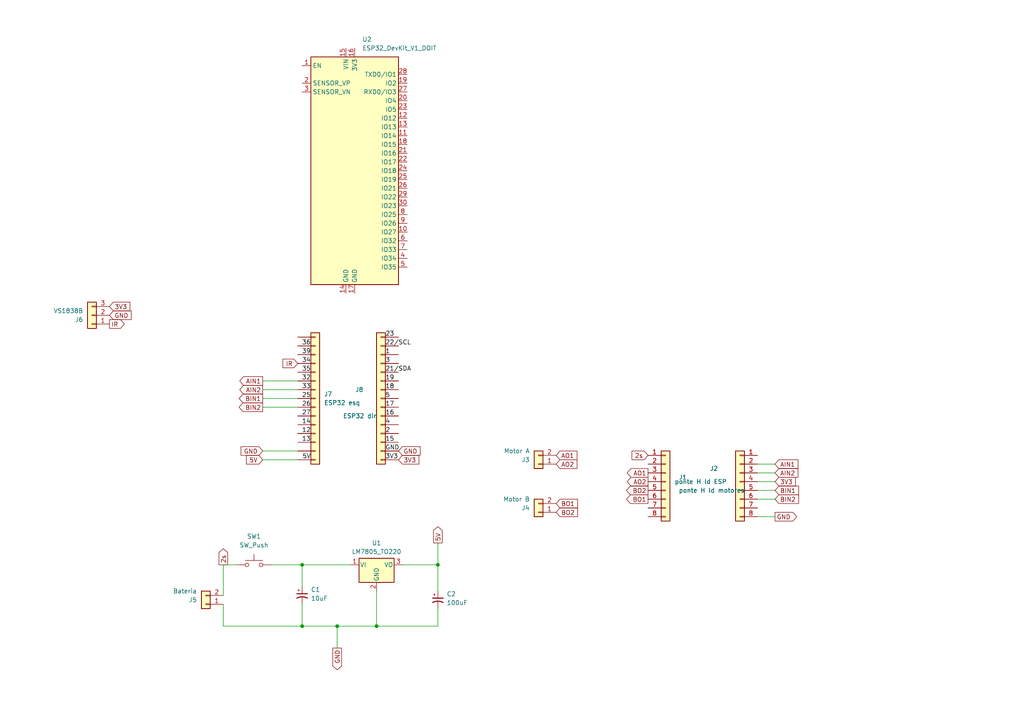
<source format=kicad_sch>
(kicad_sch (version 20230121) (generator eeschema)
  (paper "A4")
  (lib_symbols
    (symbol "Conn_01x03_1" (pin_names (offset 1.016) hide)
      (property "Reference" "J10" (at 2.54 1.27 0))
      (property "Value" "VS1838B" (at 2.54 -1.27 0))
      (symbol "Conn_01x03_1_1_1"
        (rectangle (start -1.27 0.127) (end 0 -0.127) (stroke (width 0.1524)))
        (rectangle (start -1.27 2.667) (end 0 2.413) (stroke (width 0.1524)))
        (rectangle (start -1.27 3.81) (end 1.27 -1.27) (stroke (width 0.254)) (fill (type background)))
        (pin passive line (at -5.08 2.54 0) (length 3.81) (name "Pin_1") (number "1"))
        (pin passive line (at -5.08 0 0) (length 3.81) (name "Pin_2") (number "2"))
      )
    )
    (symbol "Conn_01x15_1" (pin_numbers hide) (pin_names (offset 1.016) hide)
      (property "Reference" "J" (at 0 20.32 0))
      (property "Value" "Conn_01x15" (at 0 -20.32 0))
      (symbol "Conn_01x15_1_1_1"
        (rectangle (start -1.27 -17.653) (end 0 -17.907) (stroke (width 0.1524)))
        (rectangle (start -1.27 -15.113) (end 0 -15.367) (stroke (width 0.1524)))
        (rectangle (start -1.27 -12.573) (end 0 -12.827) (stroke (width 0.1524)))
        (rectangle (start -1.27 -10.033) (end 0 -10.287) (stroke (width 0.1524)))
        (rectangle (start -1.27 -7.493) (end 0 -7.747) (stroke (width 0.1524)))
        (rectangle (start -1.27 -4.953) (end 0 -5.207) (stroke (width 0.1524)))
        (rectangle (start -1.27 -2.413) (end 0 -2.667) (stroke (width 0.1524)))
        (rectangle (start -1.27 0.127) (end 0 -0.127) (stroke (width 0.1524)))
        (rectangle (start -1.27 2.667) (end 0 2.413) (stroke (width 0.1524)))
        (rectangle (start -1.27 5.207) (end 0 4.953) (stroke (width 0.1524)))
        (rectangle (start -1.27 7.747) (end 0 7.493) (stroke (width 0.1524)))
        (rectangle (start -1.27 10.287) (end 0 10.033) (stroke (width 0.1524)))
        (rectangle (start -1.27 12.827) (end 0 12.573) (stroke (width 0.1524)))
        (rectangle (start -1.27 15.367) (end 0 15.113) (stroke (width 0.1524)))
        (rectangle (start -1.27 17.907) (end 0 17.653) (stroke (width 0.1524)))
        (rectangle (start -1.27 19.05) (end 1.27 -19.05) (stroke (width 0.254)) (fill (type background)))
        (pin passive line (at -5.08 17.78 0) (length 3.81) (name "Pin_1") (number "1"))
        (pin passive line (at -5.08 -5.08 0) (length 3.81) (name "Pin_10") (number "10"))
        (pin passive line (at -5.08 -7.62 0) (length 3.81) (name "Pin_11") (number "11"))
        (pin passive line (at -5.08 -10.16 0) (length 3.81) (name "Pin_12") (number "12"))
        (pin passive line (at -5.08 -12.7 0) (length 3.81) (name "Pin_13") (number "13"))
        (pin passive line (at -5.08 -15.24 0) (length 3.81) (name "Pin_14") (number "14"))
        (pin passive line (at -5.08 -17.78 0) (length 3.81) (name "Pin_15") (number "15"))
        (pin passive line (at -5.08 15.24 0) (length 3.81) (name "Pin_2") (number "2"))
        (pin passive line (at -5.08 12.7 0) (length 3.81) (name "Pin_3") (number "3"))
        (pin passive line (at -5.08 10.16 0) (length 3.81) (name "Pin_4") (number "4"))
        (pin passive line (at -5.08 7.62 0) (length 3.81) (name "Pin_5") (number "5"))
        (pin passive line (at -5.08 5.08 0) (length 3.81) (name "Pin_6") (number "6"))
        (pin passive line (at -5.08 2.54 0) (length 3.81) (name "Pin_7") (number "7"))
        (pin passive line (at -5.08 0 0) (length 3.81) (name "Pin_8") (number "8"))
        (pin passive line (at -5.08 -2.54 0) (length 3.81) (name "Pin_9") (number "9"))
      )
    )
    (symbol "Conn_01x15_2" (pin_names (offset 1.016) hide)
      (property "Reference" "J13" (at 2.54 1.27 0))
      (property "Value" "ESP32 esq" (at 2.54 -1.27 0))
      (symbol "Conn_01x15_2_1_1"
        (rectangle (start -1.27 0.127) (end 0 -0.127) (stroke (width 0.1524)))
        (rectangle (start -1.27 2.667) (end 0 2.413) (stroke (width 0.1524)))
        (rectangle (start -1.27 5.207) (end 0 4.953) (stroke (width 0.1524)))
        (rectangle (start -1.27 7.747) (end 0 7.493) (stroke (width 0.1524)))
        (rectangle (start -1.27 10.287) (end 0 10.033) (stroke (width 0.1524)))
        (rectangle (start -1.27 12.827) (end 0 12.573) (stroke (width 0.1524)))
        (rectangle (start -1.27 15.367) (end 0 15.113) (stroke (width 0.1524)))
        (rectangle (start -1.27 17.907) (end 0 17.653) (stroke (width 0.1524)))
        (rectangle (start -1.27 19.05) (end 1.27 -1.27) (stroke (width 0.254)) (fill (type background)))
        (pin passive line (at -5.08 17.78 0) (length 3.81) (name "Pin_1") (number "1"))
        (pin passive line (at -5.08 15.24 0) (length 3.81) (name "Pin_2") (number "2"))
        (pin passive line (at -5.08 12.7 0) (length 3.81) (name "Pin_3") (number "3"))
        (pin passive line (at -5.08 10.16 0) (length 3.81) (name "Pin_4") (number "4"))
        (pin passive line (at -5.08 7.62 0) (length 3.81) (name "Pin_5") (number "5"))
        (pin passive line (at -5.08 5.08 0) (length 3.81) (name "Pin_6") (number "6"))
        (pin passive line (at -5.08 2.54 0) (length 3.81) (name "Pin_7") (number "7"))
        (pin passive line (at -5.08 0 0) (length 3.81) (name "Pin_8") (number "8"))
      )
    )
    (symbol "Connector_Generic:Conn_01x03" (pin_names (offset 1.016) hide)
      (property "Reference" "J" (at 0 5.08 0))
      (property "Value" "Conn_01x03" (at 0 -5.08 0))
      (symbol "Conn_01x03_1_1"
        (rectangle (start -1.27 -2.413) (end 0 -2.667) (stroke (width 0.1524)))
        (rectangle (start -1.27 0.127) (end 0 -0.127) (stroke (width 0.1524)))
        (rectangle (start -1.27 2.667) (end 0 2.413) (stroke (width 0.1524)))
        (rectangle (start -1.27 3.81) (end 1.27 -3.81) (stroke (width 0.254)) (fill (type background)))
        (pin passive line (at -5.08 2.54 0) (length 3.81) (name "Pin_1") (number "1"))
        (pin passive line (at -5.08 0 0) (length 3.81) (name "Pin_2") (number "2"))
        (pin passive line (at -5.08 -2.54 0) (length 3.81) (name "Pin_3") (number "3"))
      )
    )
    (symbol "Connector_Generic:Conn_01x15" (pin_numbers hide) (pin_names (offset 1.016) hide)
      (property "Reference" "J" (at 0 20.32 0))
      (property "Value" "Conn_01x15" (at 0 -20.32 0))
      (symbol "Conn_01x15_1_1"
        (rectangle (start -1.27 -17.653) (end 0 -17.907) (stroke (width 0.1524)))
        (rectangle (start -1.27 -15.113) (end 0 -15.367) (stroke (width 0.1524)))
        (rectangle (start -1.27 -12.573) (end 0 -12.827) (stroke (width 0.1524)))
        (rectangle (start -1.27 -10.033) (end 0 -10.287) (stroke (width 0.1524)))
        (rectangle (start -1.27 -7.493) (end 0 -7.747) (stroke (width 0.1524)))
        (rectangle (start -1.27 -4.953) (end 0 -5.207) (stroke (width 0.1524)))
        (rectangle (start -1.27 -2.413) (end 0 -2.667) (stroke (width 0.1524)))
        (rectangle (start -1.27 0.127) (end 0 -0.127) (stroke (width 0.1524)))
        (rectangle (start -1.27 2.667) (end 0 2.413) (stroke (width 0.1524)))
        (rectangle (start -1.27 5.207) (end 0 4.953) (stroke (width 0.1524)))
        (rectangle (start -1.27 7.747) (end 0 7.493) (stroke (width 0.1524)))
        (rectangle (start -1.27 10.287) (end 0 10.033) (stroke (width 0.1524)))
        (rectangle (start -1.27 12.827) (end 0 12.573) (stroke (width 0.1524)))
        (rectangle (start -1.27 15.367) (end 0 15.113) (stroke (width 0.1524)))
        (rectangle (start -1.27 17.907) (end 0 17.653) (stroke (width 0.1524)))
        (rectangle (start -1.27 19.05) (end 1.27 -19.05) (stroke (width 0.254)) (fill (type background)))
        (pin passive line (at -5.08 17.78 0) (length 3.81) (name "Pin_1") (number "1"))
        (pin passive line (at -5.08 -5.08 0) (length 3.81) (name "Pin_10") (number "10"))
        (pin passive line (at -5.08 -7.62 0) (length 3.81) (name "Pin_11") (number "11"))
        (pin passive line (at -5.08 -10.16 0) (length 3.81) (name "Pin_12") (number "12"))
        (pin passive line (at -5.08 -12.7 0) (length 3.81) (name "Pin_13") (number "13"))
        (pin passive line (at -5.08 -15.24 0) (length 3.81) (name "Pin_14") (number "14"))
        (pin passive line (at -5.08 -17.78 0) (length 3.81) (name "Pin_15") (number "15"))
        (pin passive line (at -5.08 15.24 0) (length 3.81) (name "Pin_2") (number "2"))
        (pin passive line (at -5.08 12.7 0) (length 3.81) (name "Pin_3") (number "3"))
        (pin passive line (at -5.08 10.16 0) (length 3.81) (name "Pin_4") (number "4"))
        (pin passive line (at -5.08 7.62 0) (length 3.81) (name "Pin_5") (number "5"))
        (pin passive line (at -5.08 5.08 0) (length 3.81) (name "Pin_6") (number "6"))
        (pin passive line (at -5.08 2.54 0) (length 3.81) (name "Pin_7") (number "7"))
        (pin passive line (at -5.08 0 0) (length 3.81) (name "Pin_8") (number "8"))
        (pin passive line (at -5.08 -2.54 0) (length 3.81) (name "Pin_9") (number "9"))
      )
    )
    (symbol "Device:C_Polarized_Small_US" (pin_numbers hide) (pin_names (offset 0.254) hide)
      (property "Reference" "C" (at 0.254 1.778 0))
      (property "Value" "C_Polarized_Small_US" (at 0.254 -2.032 0))
      (symbol "C_Polarized_Small_US_0_1"
        (polyline (pts (xy -1.524 0.508) (xy 1.524 0.508)) (stroke (width 0.3048)))
        (polyline (pts (xy -1.27 1.524) (xy -0.762 1.524)))
        (polyline (pts (xy -1.016 1.27) (xy -1.016 1.778)))
        (arc (start 1.524 -0.762) (mid 0 -0.3734) (end -1.524 -0.762) (stroke (width 0.3048)))
      )
      (symbol "C_Polarized_Small_US_1_1"
        (pin passive line (at 0 2.54 270) (length 2.032) (name "~") (number "1"))
        (pin passive line (at 0 -2.54 90) (length 2.032) (name "~") (number "2"))
      )
    )
    (symbol "Regulator_Linear:LM7805_TO220" (pin_names (offset 0.254))
      (property "Reference" "U" (at -3.81 3.175 0))
      (property "Value" "LM7805_TO220" (at 0 3.175 0))
      (symbol "LM7805_TO220_0_1"
        (rectangle (start -5.08 1.905) (end 5.08 -5.08) (stroke (width 0.254)) (fill (type background)))
      )
      (symbol "LM7805_TO220_1_1"
        (pin power_in line (at -7.62 0 0) (length 2.54) (name "VI") (number "1"))
        (pin power_in line (at 0 -7.62 90) (length 2.54) (name "GND") (number "2"))
        (pin power_out line (at 7.62 0 180) (length 2.54) (name "VO") (number "3"))
      )
    )
    (symbol "Switch:SW_Push" (pin_numbers hide) (pin_names (offset 1.016) hide)
      (property "Reference" "SW" (at 1.27 2.54 0))
      (property "Value" "SW_Push" (at 0 -1.524 0))
      (symbol "SW_Push_0_1"
        (circle (center -2.032 0) (radius 0.508))
        (polyline (pts (xy 0 1.27) (xy 0 3.048)))
        (polyline (pts (xy 2.54 1.27) (xy -2.54 1.27)))
        (circle (center 2.032 0) (radius 0.508))
        (pin passive line (at -5.08 0 0) (length 2.54) (name "1") (number "1"))
        (pin passive line (at 5.08 0 180) (length 2.54) (name "2") (number "2"))
      )
    )
    (symbol "esp32_devkit_v1_doit:ESP32_DevKit_V1_DOIT"
      (property "Reference" "U2" (at 2.1941 38.1 0))
      (property "Value" "ESP32_DevKit_V1_DOIT" (at 2.1941 35.56 0))
      (symbol "ESP32_DevKit_V1_DOIT_1_1"
        (rectangle (start -12.7 33.02) (end 12.7 -33.02) (stroke (width 0.254)) (fill (type background)))
        (pin input line (at -15.24 30.48 0) (length 2.54) (name "EN") (number "1"))
        (pin bidirectional line (at 15.24 -17.78 180) (length 2.54) (name "IO27") (number "10"))
        (pin bidirectional line (at 15.24 10.16 180) (length 2.54) (name "IO14") (number "11"))
        (pin bidirectional line (at 15.24 15.24 180) (length 2.54) (name "IO12") (number "12"))
        (pin bidirectional line (at 15.24 12.7 180) (length 2.54) (name "IO13") (number "13"))
        (pin power_in line (at -2.54 -35.56 90) (length 2.54) (name "GND") (number "14"))
        (pin power_in line (at -2.54 35.56 270) (length 2.54) (name "VIN") (number "15"))
        (pin power_in line (at 0 35.56 270) (length 2.54) (name "3V3") (number "16"))
        (pin power_in line (at 0 -35.56 90) (length 2.54) (name "GND") (number "17"))
        (pin bidirectional line (at 15.24 7.62 180) (length 2.54) (name "IO15") (number "18"))
        (pin bidirectional line (at 15.24 25.4 180) (length 2.54) (name "IO2") (number "19"))
        (pin input line (at -15.24 25.4 0) (length 2.54) (name "SENSOR_VP") (number "2"))
        (pin bidirectional line (at 15.24 20.32 180) (length 2.54) (name "IO4") (number "20"))
        (pin bidirectional line (at 15.24 5.08 180) (length 2.54) (name "IO16") (number "21"))
        (pin bidirectional line (at 15.24 2.54 180) (length 2.54) (name "IO17") (number "22"))
        (pin bidirectional line (at 15.24 17.78 180) (length 2.54) (name "IO5") (number "23"))
        (pin bidirectional line (at 15.24 0 180) (length 2.54) (name "IO18") (number "24"))
        (pin bidirectional line (at 15.24 -2.54 180) (length 2.54) (name "IO19") (number "25"))
        (pin bidirectional line (at 15.24 -5.08 180) (length 2.54) (name "IO21") (number "26"))
        (pin bidirectional line (at 15.24 22.86 180) (length 2.54) (name "RXD0/IO3") (number "27"))
        (pin bidirectional line (at 15.24 27.94 180) (length 2.54) (name "TXD0/IO1") (number "28"))
        (pin bidirectional line (at 15.24 -7.62 180) (length 2.54) (name "IO22") (number "29"))
        (pin input line (at -15.24 22.86 0) (length 2.54) (name "SENSOR_VN") (number "3"))
        (pin bidirectional line (at 15.24 -10.16 180) (length 2.54) (name "IO23") (number "30"))
        (pin input line (at 15.24 -25.4 180) (length 2.54) (name "IO34") (number "4"))
        (pin input line (at 15.24 -27.94 180) (length 2.54) (name "IO35") (number "5"))
        (pin bidirectional line (at 15.24 -20.32 180) (length 2.54) (name "IO32") (number "6"))
        (pin bidirectional line (at 15.24 -22.86 180) (length 2.54) (name "IO33") (number "7"))
        (pin bidirectional line (at 15.24 -12.7 180) (length 2.54) (name "IO25") (number "8"))
        (pin bidirectional line (at 15.24 -15.24 180) (length 2.54) (name "IO26") (number "9"))
      )
    )
  )
  (junction (at 127 163.83))
  (junction (at 87.63 181.61))
  (junction (at 97.79 181.61))
  (junction (at 109.22 181.61))
  (junction (at 87.63 163.83))
  (wire (pts (xy 127 157.48) (xy 127 163.83)))
  (wire (pts (xy 64.77 163.83) (xy 64.77 172.72)))
  (wire (pts (xy 116.84 163.83) (xy 127 163.83)))
  (wire (pts (xy 76.2 118.11) (xy 86.36 118.11)))
  (wire (pts (xy 87.63 181.61) (xy 97.79 181.61)))
  (wire (pts (xy 64.77 181.61) (xy 87.63 181.61)))
  (wire (pts (xy 64.77 175.26) (xy 64.77 181.61)))
  (wire (pts (xy 87.63 163.83) (xy 101.6 163.83)))
  (wire (pts (xy 109.22 181.61) (xy 127 181.61)))
  (wire (pts (xy 109.22 181.61) (xy 109.22 171.45)))
  (wire (pts (xy 64.77 163.83) (xy 68.58 163.83)))
  (wire (pts (xy 219.71 149.86) (xy 224.79 149.86)))
  (wire (pts (xy 219.71 142.24) (xy 224.79 142.24)))
  (wire (pts (xy 127 163.83) (xy 127 171.45)))
  (wire (pts (xy 219.71 139.7) (xy 224.79 139.7)))
  (wire (pts (xy 76.2 110.49) (xy 86.36 110.49)))
  (wire (pts (xy 97.79 181.61) (xy 97.79 187.96)))
  (wire (pts (xy 78.74 163.83) (xy 87.63 163.83)))
  (wire (pts (xy 87.63 163.83) (xy 87.63 170.18)))
  (wire (pts (xy 219.71 144.78) (xy 224.79 144.78)))
  (wire (pts (xy 76.2 115.57) (xy 86.36 115.57)))
  (wire (pts (xy 219.71 134.62) (xy 224.79 134.62)))
  (wire (pts (xy 76.2 130.81) (xy 86.36 130.81)))
  (wire (pts (xy 97.79 181.61) (xy 109.22 181.61)))
  (wire (pts (xy 219.71 137.16) (xy 224.79 137.16)))
  (wire (pts (xy 76.2 133.35) (xy 86.36 133.35)))
  (wire (pts (xy 76.2 113.03) (xy 86.36 113.03)))
  (wire (pts (xy 127 176.53) (xy 127 181.61)))
  (wire (pts (xy 87.63 175.26) (xy 87.63 181.61)))
  (label "2" (at 111.76 125.73 0))
  (label "4" (at 111.76 123.19 0))
  (label "25" (at 90.17 115.57 180))
  (label "16" (at 111.76 120.65 0))
  (label "35" (at 90.17 107.95 180))
  (label "18" (at 111.76 113.03 0))
  (label "21{slash}SDA" (at 111.76 107.95 0))
  (label "22{slash}SCL" (at 111.76 100.33 0))
  (label "12" (at 90.17 125.73 180))
  (label "3V3" (at 111.76 133.35 0))
  (label "36" (at 90.17 100.33 180))
  (label "34" (at 90.17 105.41 180))
  (label "32" (at 90.17 110.49 180))
  (label "GND" (at 111.76 130.81 0))
  (label "33" (at 90.17 113.03 180))
  (label "15" (at 111.76 128.27 0))
  (label "1" (at 111.76 102.87 0))
  (label "27" (at 90.17 120.65 180))
  (label "13" (at 90.17 128.27 180))
  (label "23" (at 111.76 97.79 0))
  (label "39" (at 90.17 102.87 180))
  (label "5V" (at 90.17 133.35 180))
  (label "19" (at 111.76 110.49 0))
  (label "14" (at 90.17 123.19 180))
  (label "5" (at 111.76 115.57 0))
  (label "3" (at 111.76 105.41 0))
  (label "26" (at 90.17 118.11 180))
  (label "17" (at 111.76 118.11 0))
  (global_label "AIN1" (shape output) (at 76.2 110.49 180) (property "Intersheetrefs" "${INTERSHEET_REFS}" (effects hide)))
  (global_label "BIN1" (shape output) (at 76.2 115.57 180) (property "Intersheetrefs" "${INTERSHEET_REFS}" (effects hide)))
  (global_label "AIN1" (shape input) (at 224.79 134.62 0) (property "Intersheetrefs" "${INTERSHEET_REFS}" (effects hide)))
  (global_label "AIN2" (shape input) (at 224.79 137.16 0) (property "Intersheetrefs" "${INTERSHEET_REFS}" (effects hide)))
  (global_label "BO2" (shape input) (at 161.29 148.59 0) (property "Intersheetrefs" "${INTERSHEET_REFS}" (effects hide)))
  (global_label "GND" (shape input) (at 115.57 130.81 0) (property "Intersheetrefs" "${INTERSHEET_REFS}" (effects hide)))
  (global_label "5V" (shape output) (at 127 157.48 90) (property "Intersheetrefs" "${INTERSHEET_REFS}" (effects hide)))
  (global_label "GND" (shape output) (at 97.79 187.96 270) (property "Intersheetrefs" "${INTERSHEET_REFS}" (effects hide)))
  (global_label "BIN2" (shape input) (at 224.79 144.78 0) (property "Intersheetrefs" "${INTERSHEET_REFS}" (effects hide)))
  (global_label "AO1" (shape input) (at 161.29 132.08 0) (property "Intersheetrefs" "${INTERSHEET_REFS}" (effects hide)))
  (global_label "2s" (shape output) (at 64.77 163.83 90) (property "Intersheetrefs" "${INTERSHEET_REFS}" (effects hide)))
  (global_label "AO1" (shape output) (at 187.96 137.16 180) (property "Intersheetrefs" "${INTERSHEET_REFS}" (effects hide)))
  (global_label "AO2" (shape input) (at 161.29 134.62 0) (property "Intersheetrefs" "${INTERSHEET_REFS}" (effects hide)))
  (global_label "IR" (shape output) (at 31.75 93.98 0) (property "Intersheetrefs" "${INTERSHEET_REFS}" (effects hide)))
  (global_label "2s" (shape input) (at 187.96 132.08 180) (property "Intersheetrefs" "${INTERSHEET_REFS}" (effects hide)))
  (global_label "BO1" (shape output) (at 187.96 144.78 180) (property "Intersheetrefs" "${INTERSHEET_REFS}" (effects hide)))
  (global_label "GND" (shape input) (at 31.75 91.44 0) (property "Intersheetrefs" "${INTERSHEET_REFS}" (effects hide)))
  (global_label "BIN2" (shape output) (at 76.2 118.11 180) (property "Intersheetrefs" "${INTERSHEET_REFS}" (effects hide)))
  (global_label "GND" (shape input) (at 76.2 130.81 180) (property "Intersheetrefs" "${INTERSHEET_REFS}" (effects hide)))
  (global_label "IR" (shape input) (at 86.36 105.41 180) (property "Intersheetrefs" "${INTERSHEET_REFS}" (effects hide)))
  (global_label "BIN1" (shape input) (at 224.79 142.24 0) (property "Intersheetrefs" "${INTERSHEET_REFS}" (effects hide)))
  (global_label "AIN2" (shape output) (at 76.2 113.03 180) (property "Intersheetrefs" "${INTERSHEET_REFS}" (effects hide)))
  (global_label "BO2" (shape output) (at 187.96 142.24 180) (property "Intersheetrefs" "${INTERSHEET_REFS}" (effects hide)))
  (global_label "BO1" (shape input) (at 161.29 146.05 0) (property "Intersheetrefs" "${INTERSHEET_REFS}" (effects hide)))
  (global_label "3V3" (shape input) (at 31.75 88.9 0) (property "Intersheetrefs" "${INTERSHEET_REFS}" (effects hide)))
  (global_label "3V3" (shape input) (at 115.57 133.35 0) (property "Intersheetrefs" "${INTERSHEET_REFS}" (effects hide)))
  (global_label "GND" (shape output) (at 224.79 149.86 0) (property "Intersheetrefs" "${INTERSHEET_REFS}" (effects hide)))
  (global_label "3V3" (shape input) (at 224.79 139.7 0) (property "Intersheetrefs" "${INTERSHEET_REFS}" (effects hide)))
  (global_label "5V" (shape input) (at 76.2 133.35 180) (property "Intersheetrefs" "${INTERSHEET_REFS}" (effects hide)))
  (global_label "AO2" (shape output) (at 187.96 139.7 180) (property "Intersheetrefs" "${INTERSHEET_REFS}" (effects hide)))
  (symbol (lib_id "Connector_Generic:Conn_01x15") (at 91.44 115.57 0) (unit 1)
    (property "Reference" "J7" (at 93.98 114.3 0) (effects (justify left)))
    (property "Value" "ESP32 esq" (at 93.98 116.84 0) (effects (justify left)))
    (property "Footprint" "Connector_PinSocket_2.54mm:PinSocket_1x15_P2.54mm_Vertical" (effects hide))
  )
  (symbol (lib_name "Conn_01x03_1") (lib_id "Connector_Generic:Conn_01x03") (at 156.21 146.05 180) (unit 1)
    (property "Reference" "J4" (at 153.67 147.32 0) (effects (justify left)))
    (property "Value" "Motor B" (at 153.67 144.78 0) (effects (justify left)))
    (property "Footprint" "Connector_JST:JST_XH_B2B-XH-AM_1x02_P2.50mm_Vertical" (effects hide))
  )
  (symbol (lib_id "Device:C_Polarized_Small_US") (at 127 173.99 0) (unit 1)
    (property "Reference" "C2" (at 129.54 172.2882 0) (effects (justify left)))
    (property "Value" "100uF" (at 129.54 174.8282 0) (effects (justify left)))
    (property "Footprint" "Capacitor_THT:CP_Radial_D6.3mm_P2.50mm" (effects hide))
  )
  (symbol (lib_id "Device:C_Polarized_Small_US") (at 87.63 172.72 0) (unit 1)
    (property "Reference" "C1" (at 90.17 171.0182 0) (effects (justify left)))
    (property "Value" "10uF" (at 90.17 173.5582 0) (effects (justify left)))
    (property "Footprint" "Capacitor_THT:CP_Radial_D5.0mm_P2.50mm" (effects hide))
  )
  (symbol (lib_id "Connector_Generic:Conn_01x03") (at 26.67 91.44 180) (unit 1)
    (property "Reference" "J6" (at 24.13 92.71 0) (effects (justify left)))
    (property "Value" "VS1838B" (at 24.13 90.17 0) (effects (justify left)))
    (property "Footprint" "Connector_PinHeader_2.54mm:PinHeader_1x03_P2.54mm_Vertical" (effects hide))
  )
  (symbol (lib_name "Conn_01x03_1") (lib_id "Connector_Generic:Conn_01x03") (at 59.69 172.72 180) (unit 1)
    (property "Reference" "J5" (at 57.15 173.99 0) (effects (justify left)))
    (property "Value" "Bateria" (at 57.15 171.45 0) (effects (justify left)))
    (property "Footprint" "Connector_JST:JST_PH_B2B-PH-K_1x02_P2.00mm_Vertical" (effects hide))
  )
  (symbol (lib_name "Conn_01x15_1") (lib_id "Connector_Generic:Conn_01x15") (at 110.49 115.57 0) (mirror y) (unit 1)
    (property "Reference" "J8" (at 105.41 113.03 0) (effects (justify left)))
    (property "Value" "ESP32 dir" (at 109.22 120.65 0) (effects (justify left)))
    (property "Footprint" "Connector_PinSocket_2.54mm:PinSocket_1x15_P2.54mm_Vertical" (effects hide))
  )
  (symbol (lib_id "Regulator_Linear:LM7805_TO220") (at 109.22 163.83 0) (unit 1)
    (property "Reference" "U1" (at 109.22 157.48 0))
    (property "Value" "LM7805_TO220" (at 109.22 160.02 0))
    (property "Footprint" "Package_TO_SOT_THT:TO-220-3_Vertical" (effects hide))
    (property "Datasheet" "https://www.onsemi.cn/PowerSolutions/document/MC7800-D.PDF" (effects hide))
  )
  (symbol (lib_id "esp32_devkit_v1_doit:ESP32_DevKit_V1_DOIT") (at 102.87 49.53 0) (unit 1)
    (property "Reference" "U2" (at 105.0641 11.43 0) (effects (justify left)))
    (property "Value" "ESP32_DevKit_V1_DOIT" (at 105.0641 13.97 0) (effects (justify left)))
    (property "Footprint" "KIKAD bibliotecas:esp32_devkit_v1_doit" (effects hide))
  )
  (symbol (lib_id "Switch:SW_Push") (at 73.66 163.83 0) (unit 1)
    (property "Reference" "SW1" (at 73.66 155.575 0))
    (property "Value" "SW_Push" (at 73.66 158.115 0))
    (property "Footprint" "Button_Switch_THT:Nidec_Copal_SH-7010C" (effects hide))
  )
  (symbol (lib_name "Conn_01x15_2") (lib_id "Connector_Generic:Conn_01x15") (at 193.04 149.86 0) (unit 1)
    (property "Reference" "J1" (at 196.85 138.43 0) (effects (justify left)))
    (property "Value" "ponte H ld motores" (at 196.85 142.24 0) (effects (justify left)))
    (property "Footprint" "Connector_PinSocket_2.54mm:PinSocket_1x08_P2.54mm_Vertical" (effects hide))
  )
  (symbol (lib_name "Conn_01x15_2") (lib_id "Connector_Generic:Conn_01x15") (at 214.63 149.86 0) (mirror y) (unit 1)
    (property "Reference" "J2" (at 208.28 135.89 0) (effects (justify left)))
    (property "Value" "ponte H ld ESP" (at 210.82 139.7 0) (effects (justify left)))
    (property "Footprint" "Connector_PinSocket_2.54mm:PinSocket_1x08_P2.54mm_Vertical" (effects hide))
  )
  (symbol (lib_name "Conn_01x03_1") (lib_id "Connector_Generic:Conn_01x03") (at 156.21 132.08 180) (unit 1)
    (property "Reference" "J3" (at 153.67 133.35 0) (effects (justify left)))
    (property "Value" "Motor A" (at 153.67 130.81 0) (effects (justify left)))
    (property "Footprint" "Connector_JST:JST_XH_B2B-XH-AM_1x02_P2.50mm_Vertical" (effects hide))
  )
)
</source>
